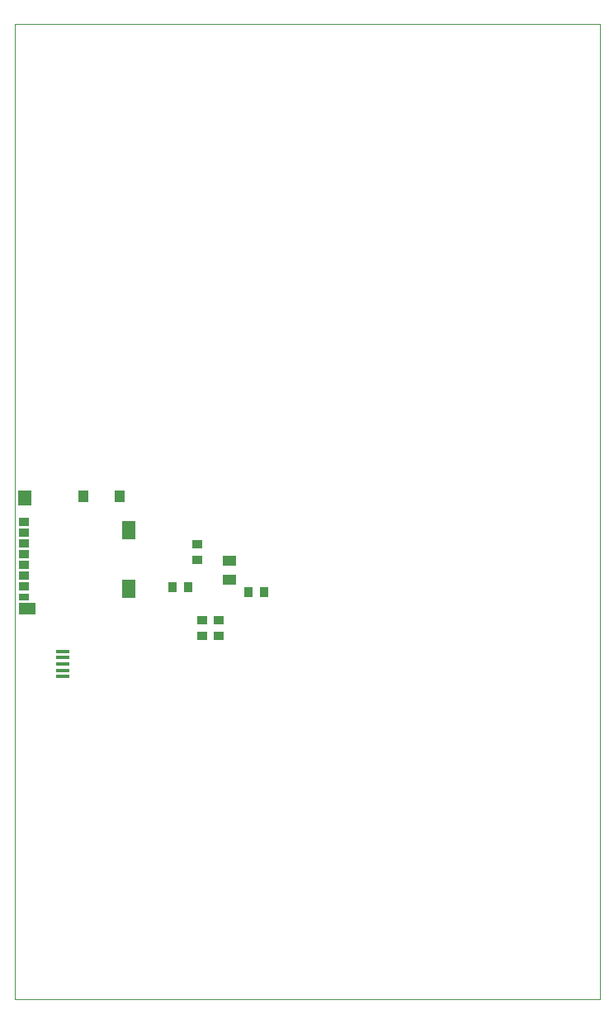
<source format=gbp>
G04*
G04 #@! TF.GenerationSoftware,Altium Limited,Altium Designer,20.0.13 (296)*
G04*
G04 Layer_Color=128*
%FSLAX24Y24*%
%MOIN*%
G70*
G01*
G75*
%ADD14C,0.0010*%
%ADD15R,0.0394X0.0354*%
%ADD16R,0.0354X0.0394*%
%ADD24R,0.0551X0.0413*%
%ADD63O,0.0551X0.0157*%
%ADD64R,0.0709X0.0461*%
%ADD65R,0.0433X0.0295*%
%ADD66R,0.0433X0.0335*%
%ADD67R,0.0531X0.0610*%
%ADD68R,0.0394X0.0472*%
%ADD69R,0.0531X0.0748*%
D14*
X0Y0D02*
Y39370D01*
X23622D01*
X23622Y0D01*
X0D02*
X23622D01*
D15*
X7559Y15315D02*
D03*
Y14685D02*
D03*
X7362Y17756D02*
D03*
Y18386D02*
D03*
X8228Y15315D02*
D03*
Y14685D02*
D03*
D16*
X7008Y16654D02*
D03*
X6378D02*
D03*
X9449Y16457D02*
D03*
X10079D02*
D03*
D24*
X8661Y17697D02*
D03*
Y16949D02*
D03*
D63*
X1929Y13032D02*
D03*
Y13287D02*
D03*
Y13543D02*
D03*
Y13799D02*
D03*
Y14055D02*
D03*
D64*
X492Y15783D02*
D03*
D65*
X354Y16260D02*
D03*
D66*
Y16673D02*
D03*
Y17106D02*
D03*
Y17539D02*
D03*
Y17972D02*
D03*
Y18406D02*
D03*
Y18839D02*
D03*
Y19272D02*
D03*
D67*
X404Y20240D02*
D03*
D68*
X4232Y20309D02*
D03*
X2776D02*
D03*
D69*
X4616Y18931D02*
D03*
Y16581D02*
D03*
M02*

</source>
